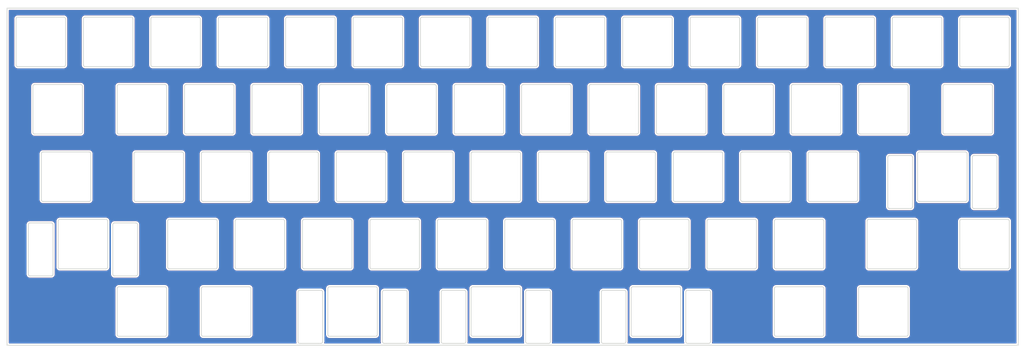
<source format=kicad_pcb>
(kicad_pcb (version 20240108) (generator "pcbnew") (generator_version "8.0")
  (layers (0 "F.Cu" signal) (31 "B.Cu" signal) (34 "B.Paste" user) (35 "F.Paste" user) (36 "B.SilkS" user "B.Silkscreen") (37 "F.SilkS" user "F.Silkscreen") (38 "B.Mask" user) (39 "F.Mask" user) (44 "Edge.Cuts" user))
  (net 0 "")
  (gr_arc (start 166.62125 180.035) (mid 166.4748 180.388536) (end 166.12125 180.535) (stroke (width 0.2)) (layer "Edge.Cuts"))
  (gr_arc (start 245.2025 141.935) (mid 245.056053 142.288553) (end 244.7025 142.435) (stroke (width 0.2)) (layer "Edge.Cuts"))
  (gr_arc (start 341.74675 143.935) (mid 341.6003 144.288536) (end 341.24675 144.435) (stroke (width 0.2)) (layer "Edge.Cuts"))
  (gr_line (start 203.1275 161.485) (end 216.1275 161.485) (stroke (width 0.2)) (layer "Edge.Cuts"))
  (gr_line (start 230.40825 167.535) (end 236.4082 167.535) (stroke (width 0.2)) (layer "Edge.Cuts"))
  (gr_arc (start 83.2775 122.885) (mid 83.131053 123.238553) (end 82.7775 123.385) (stroke (width 0.2)) (layer "Edge.Cuts"))
  (gr_line (start 312.165 90.835) (end 312.165 103.835) (stroke (width 0.2)) (layer "Edge.Cuts"))
  (gr_line (start 144.68325 167.535) (end 150.6832 167.535) (stroke (width 0.2)) (layer "Edge.Cuts"))
  (gr_arc (start 144.69 109.385) (mid 145.043553 109.531447) (end 145.19 109.885) (stroke (width 0.2)) (layer "Edge.Cuts"))
  (gr_line (start 164.5275 147.985) (end 164.5275 160.985) (stroke (width 0.2)) (layer "Edge.Cuts"))
  (gr_arc (start 98.85925 162.985) (mid 98.7128 163.338536) (end 98.35925 163.485) (stroke (width 0.2)) (layer "Edge.Cuts"))
  (gr_line (start 255.515 104.335) (end 268.515 104.335) (stroke (width 0.2)) (layer "Edge.Cuts"))
  (gr_line (start 107.3775 147.985) (end 107.3775 160.985) (stroke (width 0.2)) (layer "Edge.Cuts"))
  (gr_line (start 145.19 109.885) (end 145.19 122.885) (stroke (width 0.2)) (layer "Edge.Cuts"))
  (gr_line (start 303.14 180.535) (end 316.14 180.535) (stroke (width 0.2)) (layer "Edge.Cuts"))
  (gr_arc (start 226.94 123.385) (mid 226.586447 123.238553) (end 226.44 122.885) (stroke (width 0.2)) (layer "Edge.Cuts"))
  (gr_line (start 236.90825 168.042171) (end 236.90825 182.035) (stroke (width 0.2)) (layer "Edge.Cuts"))
  (gr_line (start 64.515 90.835) (end 64.515 103.835) (stroke (width 0.2)) (layer "Edge.Cuts"))
  (gr_line (start 240.7275 147.985) (end 240.7275 160.985) (stroke (width 0.2)) (layer "Edge.Cuts"))
  (gr_line (start 226.94 109.385) (end 239.94 109.385) (stroke (width 0.2)) (layer "Edge.Cuts"))
  (gr_line (start 278.54 109.885) (end 278.54 122.885) (stroke (width 0.2)) (layer "Edge.Cuts"))
  (gr_arc (start 333.30875 141.935) (mid 333.1623 142.288536) (end 332.80875 142.435) (stroke (width 0.2)) (layer "Edge.Cuts"))
  (gr_arc (start 67.98325 148.985) (mid 68.129697 148.631447) (end 68.48325 148.485) (stroke (width 0.2)) (layer "Edge.Cuts"))
  (gr_arc (start 263.7525 128.435) (mid 264.106053 128.581447) (end 264.2525 128.935) (stroke (width 0.2)) (layer "Edge.Cuts"))
  (gr_arc (start 331.715 104.335) (mid 331.361447 104.188553) (end 331.215 103.835) (stroke (width 0.2)) (layer "Edge.Cuts"))
  (gr_arc (start 283.3025 141.935) (mid 283.156053 142.288553) (end 282.8025 142.435) (stroke (width 0.2)) (layer "Edge.Cuts"))
  (gr_line (start 335.24675 129.435) (end 341.2467 129.435) (stroke (width 0.2)) (layer "Edge.Cuts"))
  (gr_arc (start 202.6275 147.985) (mid 202.773947 147.631447) (end 203.1275 147.485) (stroke (width 0.2)) (layer "Edge.Cuts"))
  (gr_arc (start 319.30875 128.935) (mid 319.4552 128.581464) (end 319.80875 128.435) (stroke (width 0.2)) (layer "Edge.Cuts"))
  (gr_arc (start 310.87075 129.935) (mid 311.0172 129.581464) (end 311.37075 129.435) (stroke (width 0.2)) (layer "Edge.Cuts"))
  (gr_arc (start 173.265 90.335) (mid 173.618553 90.481447) (end 173.765 90.835) (stroke (width 0.2)) (layer "Edge.Cuts"))
  (gr_line (start 72.15872 128.435) (end 85.1587 128.435) (stroke (width 0.2)) (layer "Edge.Cuts"))
  (gr_line (start 76.92125 147.485) (end 89.9212 147.485) (stroke (width 0.2)) (layer "Edge.Cuts"))
  (gr_line (start 203.1275 147.485) (end 216.1275 147.485) (stroke (width 0.2)) (layer "Edge.Cuts"))
  (gr_arc (start 144.18325 168.035) (mid 144.3297 167.681464) (end 144.68325 167.535) (stroke (width 0.2)) (layer "Edge.Cuts"))
  (gr_line (start 174.5525 128.435) (end 187.5525 128.435) (stroke (width 0.2)) (layer "Edge.Cuts"))
  (gr_line (start 241.2275 161.485) (end 254.2275 161.485) (stroke (width 0.2)) (layer "Edge.Cuts"))
  (gr_line (start 245.2025 128.935) (end 245.2025 141.935) (stroke (width 0.2)) (layer "Edge.Cuts"))
  (gr_arc (start 78.015 90.335) (mid 78.368553 90.481447) (end 78.515 90.835) (stroke (width 0.2)) (layer "Edge.Cuts"))
  (gr_line (start 235.965 90.835) (end 235.965 103.835) (stroke (width 0.2)) (layer "Edge.Cuts"))
  (gr_arc (start 90.42125 160.985) (mid 90.2748 161.338536) (end 89.92125 161.485) (stroke (width 0.2)) (layer "Edge.Cuts"))
  (gr_line (start 235.6775 147.985) (end 235.6775 160.985) (stroke (width 0.2)) (layer "Edge.Cuts"))
  (gr_arc (start 260.2775 161.485) (mid 259.923947 161.338553) (end 259.7775 160.985) (stroke (width 0.2)) (layer "Edge.Cuts"))
  (gr_arc (start 209.0405 182.535) (mid 208.686947 182.388553) (end 208.5405 182.035) (stroke (width 0.2)) (layer "Edge.Cuts"))
  (gr_line (start 288.8525 128.435) (end 301.8525 128.435) (stroke (width 0.2)) (layer "Edge.Cuts"))
  (gr_line (start 175.05925 168.042171) (end 175.05925 182.035) (stroke (width 0.2)) (layer "Edge.Cuts"))
  (gr_arc (start 107.8775 161.485) (mid 107.523947 161.338553) (end 107.3775 160.985) (stroke (width 0.2)) (layer "Edge.Cuts"))
  (gr_arc (start 325.665 90.335) (mid 326.018553 90.481447) (end 326.165 90.835) (stroke (width 0.2)) (layer "Edge.Cuts"))
  (gr_arc (start 254.2843 182.535) (mid 253.933189 182.390961) (end 253.78425 182.0419) (stroke (width 0.2)) (layer "Edge.Cuts"))
  (gr_arc (start 174.5592 167.535) (mid 174.915286 167.684014) (end 175.05925 168.042171) (stroke (width 0.2)) (layer "Edge.Cuts"))
  (gr_line (start 274.065 90.835) (end 274.065 103.835) (stroke (width 0.2)) (layer "Edge.Cuts"))
  (gr_arc (start 287.565 90.335) (mid 287.918553 90.481447) (end 288.065 90.835) (stroke (width 0.2)) (layer "Edge.Cuts"))
  (gr_arc (start 344.715 90.335) (mid 345.068553 90.481447) (end 345.215 90.835) (stroke (width 0.2)) (layer "Edge.Cuts"))
  (gr_arc (start 269.3025 128.935) (mid 269.448947 128.581447) (end 269.8025 128.435) (stroke (width 0.2)) (layer "Edge.Cuts"))
  (gr_arc (start 74.98325 162.98503) (mid 74.836812 163.338562) (end 74.48328 163.485) (stroke (width 0.2)) (layer "Edge.Cuts"))
  (gr_arc (start 293.115 90.835) (mid 293.261447 90.481447) (end 293.615 90.335) (stroke (width 0.2)) (layer "Edge.Cuts"))
  (gr_line (start 112.14 109.885) (end 112.14 122.885) (stroke (width 0.2)) (layer "Edge.Cuts"))
  (gr_arc (start 312.165 90.835) (mid 312.311447 90.481447) (end 312.665 90.335) (stroke (width 0.2)) (layer "Edge.Cuts"))
  (gr_arc (start 107.3775 147.985) (mid 107.523947 147.631447) (end 107.8775 147.485) (stroke (width 0.2)) (layer "Edge.Cuts"))
  (gr_line (start 331.215 90.835) (end 331.215 103.835) (stroke (width 0.2)) (layer "Edge.Cuts"))
  (gr_line (start 164.24 109.885) (end 164.24 122.885) (stroke (width 0.2)) (layer "Edge.Cuts"))
  (gr_arc (start 249.965 103.835) (mid 249.818553 104.188553) (end 249.465 104.335) (stroke (width 0.2)) (layer "Edge.Cuts"))
  (gr_line (start 185.1645 167.535) (end 191.1645 167.535) (stroke (width 0.2)) (layer "Edge.Cuts"))
  (gr_line (start 230.4083 182.535) (end 236.40825 182.535) (stroke (width 0.2)) (layer "Edge.Cuts"))
  (gr_line (start 264.54 109.885) (end 264.54 122.885) (stroke (width 0.2)) (layer "Edge.Cuts"))
  (gr_arc (start 293.615 104.335) (mid 293.261447 104.188553) (end 293.115 103.835) (stroke (width 0.2)) (layer "Edge.Cuts"))
  (gr_arc (start 279.3275 161.485) (mid 278.973947 161.338553) (end 278.8275 160.985) (stroke (width 0.2)) (layer "Edge.Cuts"))
  (gr_arc (start 278.04 109.385) (mid 278.393553 109.531447) (end 278.54 109.885) (stroke (width 0.2)) (layer "Edge.Cuts"))
  (gr_line (start 93.09 109.885) (end 93.09 122.885) (stroke (width 0.2)) (layer "Edge.Cuts"))
  (gr_line (start 283.59 109.885) (end 283.59 122.885) (stroke (width 0.2)) (layer "Edge.Cuts"))
  (gr_arc (start 174.5525 142.435) (mid 174.198947 142.288553) (end 174.0525 141.935) (stroke (width 0.2)) (layer "Edge.Cuts"))
  (gr_arc (start 269.8025 142.435) (mid 269.448947 142.288553) (end 269.3025 141.935) (stroke (width 0.2)) (layer "Edge.Cuts"))
  (gr_arc (start 278.54 122.885) (mid 278.393553 123.238553) (end 278.04 123.385) (stroke (width 0.2)) (layer "Edge.Cuts"))
  (gr_arc (start 264.54 109.885) (mid 264.686447 109.531447) (end 265.04 109.385) (stroke (width 0.2)) (layer "Edge.Cuts"))
  (gr_arc (start 107.09 122.885) (mid 106.943553 123.238553) (end 106.59 123.385) (stroke (width 0.2)) (layer "Edge.Cuts"))
  (gr_arc (start 116.9025 128.935) (mid 117.048947 128.581447) (end 117.4025 128.435) (stroke (width 0.2)) (layer "Edge.Cuts"))
  (gr_line (start 169.29 109.885) (end 169.29 122.885) (stroke (width 0.2)) (layer "Edge.Cuts"))
  (gr_line (start 131.19 109.885) (end 131.19 122.885) (stroke (width 0.2)) (layer "Edge.Cuts"))
  (gr_line (start 250.2525 128.935) (end 250.2525 141.935) (stroke (width 0.2)) (layer "Edge.Cuts"))
  (gr_line (start 151.18325 168.042171) (end 151.18325 182.035) (stroke (width 0.2)) (layer "Edge.Cuts"))
  (gr_arc (start 292.3275 147.485) (mid 292.681053 147.631447) (end 292.8275 147.985) (stroke (width 0.2)) (layer "Edge.Cuts"))
  (gr_arc (start 301.8525 128.435) (mid 302.206053 128.581447) (end 302.3525 128.935) (stroke (width 0.2)) (layer "Edge.Cuts"))
  (gr_arc (start 202.34 122.885) (mid 202.193553 123.238553) (end 201.84 123.385) (stroke (width 0.2)) (layer "Edge.Cuts"))
  (gr_line (start 173.765 90.835) (end 173.765 103.835) (stroke (width 0.2)) (layer "Edge.Cuts"))
  (gr_arc (start 97.565 103.835) (mid 97.418553 104.188553) (end 97.065 104.335) (stroke (width 0.2)) (layer "Edge.Cuts"))
  (gr_arc (start 305.02125 147.985) (mid 305.1677 147.631464) (end 305.52125 147.485) (stroke (width 0.2)) (layer "Edge.Cuts"))
  (gr_line (start 269.8025 142.435) (end 282.8025 142.435) (stroke (width 0.2)) (layer "Edge.Cuts"))
  (gr_arc (start 117.4025 180.535) (mid 117.048947 180.388553) (end 116.9025 180.035) (stroke (width 0.2)) (layer "Edge.Cuts"))
  (gr_arc (start 140.4275 160.985) (mid 140.281053 161.338553) (end 139.9275 161.485) (stroke (width 0.2)) (layer "Edge.Cuts"))
  (gr_line (start 311.37075 129.435) (end 317.3707 129.435) (stroke (width 0.2)) (layer "Edge.Cuts"))
  (gr_line (start 222.1775 161.485) (end 235.1775 161.485) (stroke (width 0.2)) (layer "Edge.Cuts"))
  (gr_arc (start 316.14 166.535) (mid 316.493553 166.681447) (end 316.64 167.035) (stroke (width 0.2)) (layer "Edge.Cuts"))
  (gr_line (start 303.14 109.385) (end 316.14 109.385) (stroke (width 0.2)) (layer "Edge.Cuts"))
  (gr_line (start 93.09 167.035) (end 93.09 180.035) (stroke (width 0.2)) (layer "Edge.Cuts"))
  (gr_line (start 260.78425 168.042171) (end 260.78425 182.035) (stroke (width 0.2)) (layer "Edge.Cuts"))
  (gr_line (start 93.59 166.535) (end 106.59 166.535) (stroke (width 0.2)) (layer "Edge.Cuts"))
  (gr_arc (start 179.315 104.335) (mid 178.961447 104.188553) (end 178.815 103.835) (stroke (width 0.2)) (layer "Edge.Cuts"))
  (gr_arc (start 197.865 90.835) (mid 198.011447 90.481447) (end 198.365 90.335) (stroke (width 0.2)) (layer "Edge.Cuts"))
  (gr_arc (start 197.0775 147.485) (mid 197.431053 147.631447) (end 197.5775 147.985) (stroke (width 0.2)) (layer "Edge.Cuts"))
  (gr_arc (start 244.7025 128.435) (mid 245.056053 128.581447) (end 245.2025 128.935) (stroke (width 0.2)) (layer "Edge.Cuts"))
  (gr_line (start 231.7025 128.435) (end 244.7025 128.435) (stroke (width 0.2)) (layer "Edge.Cuts"))
  (gr_line (start 288.065 90.835) (end 288.065 103.835) (stroke (width 0.2)) (layer "Edge.Cuts"))
  (gr_arc (start 130.4025 128.435) (mid 130.756053 128.581447) (end 130.9025 128.935) (stroke (width 0.2)) (layer "Edge.Cuts"))
  (gr_arc (start 98.3525 142.435) (mid 97.998947 142.288553) (end 97.8525 141.935) (stroke (width 0.2)) (layer "Edge.Cuts"))
  (gr_arc (start 220.89 109.385) (mid 221.243553 109.531447) (end 221.39 109.885) (stroke (width 0.2)) (layer "Edge.Cuts"))
  (gr_arc (start 326.4525 109.885) (mid 326.598947 109.531447) (end 326.9525 109.385) (stroke (width 0.2)) (layer "Edge.Cuts"))
  (gr_line (start 93.59 180.535) (end 106.59 180.535) (stroke (width 0.2)) (layer "Edge.Cuts"))
  (gr_line (start 316.64 167.035) (end 316.64 180.035) (stroke (width 0.2)) (layer "Edge.Cuts"))
  (gr_arc (start 82.7775 109.385) (mid 83.131053 109.531447) (end 83.2775 109.885) (stroke (width 0.2)) (layer "Edge.Cuts"))
  (gr_arc (start 150.74 123.385) (mid 150.386447 123.238553) (end 150.24 122.885) (stroke (width 0.2)) (layer "Edge.Cuts"))
  (gr_line (start 216.6275 147.985) (end 216.6275 160.985) (stroke (width 0.2)) (layer "Edge.Cuts"))
  (gr_arc (start 193.1025 167.035) (mid 193.248947 166.681447) (end 193.6025 166.535) (stroke (width 0.2)) (layer "Edge.Cuts"))
  (gr_arc (start 302.64 167.035) (mid 302.786447 166.681447) (end 303.14 166.535) (stroke (width 0.2)) (layer "Edge.Cuts"))
  (gr_line (start 93.59 123.385) (end 106.59 123.385) (stroke (width 0.2)) (layer "Edge.Cuts"))
  (gr_line (start 71.65875 128.93497) (end 71.65875 141.9419) (stroke (width 0.2)) (layer "Edge.Cuts"))
  (gr_line (start 293.115 90.835) (end 293.115 103.835) (stroke (width 0.2)) (layer "Edge.Cuts"))
  (gr_line (start 209.0405 167.535) (end 215.0405 167.535) (stroke (width 0.2)) (layer "Edge.Cuts"))
  (gr_line (start 141.215 90.335) (end 154.215 90.335) (stroke (width 0.2)) (layer "Edge.Cuts"))
  (gr_line (start 226.94 123.385) (end 239.94 123.385) (stroke (width 0.2)) (layer "Edge.Cuts"))
  (gr_arc (start 335.2468 144.435) (mid 334.895689 144.290961) (end 334.74675 143.9419) (stroke (width 0.2)) (layer "Edge.Cuts"))
  (gr_line (start 184.6645 168.035) (end 184.6645 182.035) (stroke (width 0.2)) (layer "Edge.Cuts"))
  (gr_line (start 292.8275 167.035) (end 292.8275 180.035) (stroke (width 0.2)) (layer "Edge.Cuts"))
  (gr_line (start 152.62125 167.035) (end 152.62125 180.0419) (stroke (width 0.2)) (layer "Edge.Cuts"))
  (gr_line (start 212.6525 128.435) (end 225.6525 128.435) (stroke (width 0.2)) (layer "Edge.Cuts"))
  (gr_arc (start 303.14 180.535) (mid 302.786447 180.388553) (end 302.64 180.035) (stroke (width 0.2)) (layer "Edge.Cuts"))
  (gr_arc (start 184.6645 168.035) (mid 184.810947 167.681447) (end 185.1645 167.535) (stroke (width 0.2)) (layer "Edge.Cuts"))
  (gr_line (start 269.8025 128.435) (end 282.8025 128.435) (stroke (width 0.2)) (layer "Edge.Cuts"))
  (gr_arc (start 236.90825 182.035) (mid 236.7618 182.388536) (end 236.40825 182.535) (stroke (width 0.2)) (layer "Edge.Cuts"))
  (gr_line (start 193.6025 166.535) (end 206.6025 166.535) (stroke (width 0.2)) (layer "Edge.Cuts"))
  (gr_arc (start 207.89 123.385) (mid 207.536447 123.238553) (end 207.39 122.885) (stroke (width 0.2)) (layer "Edge.Cuts"))
  (gr_arc (start 235.965 90.835) (mid 236.111447 90.481447) (end 236.465 90.335) (stroke (width 0.2)) (layer "Edge.Cuts"))
  (gr_line (start 174.5525 142.435) (end 187.5525 142.435) (stroke (width 0.2)) (layer "Edge.Cuts"))
  (gr_arc (start 164.5275 147.985) (mid 164.673947 147.631447) (end 165.0275 147.485) (stroke (width 0.2)) (layer "Edge.Cuts"))
  (gr_arc (start 130.9025 180.035) (mid 130.756053 180.388553) (end 130.4025 180.535) (stroke (width 0.2)) (layer "Edge.Cuts"))
  (gr_line (start 174.0525 128.935) (end 174.0525 141.935) (stroke (width 0.2)) (layer "Edge.Cuts"))
  (gr_line (start 260.2775 161.485) (end 273.2775 161.485) (stroke (width 0.2)) (layer "Edge.Cuts"))
  (gr_arc (start 306.615 90.335) (mid 306.968553 90.481447) (end 307.115 90.835) (stroke (width 0.2)) (layer "Edge.Cuts"))
  (gr_arc (start 140.715 90.835) (mid 140.861447 90.481447) (end 141.215 90.335) (stroke (width 0.2)) (layer "Edge.Cuts"))
  (gr_arc (start 254.7275 160.985) (mid 254.581053 161.338553) (end 254.2275 161.485) (stroke (width 0.2)) (layer "Edge.Cuts"))
  (gr_line (start 305.52125 147.485) (end 318.5211 147.485) (stroke (width 0.2)) (layer "Edge.Cuts"))
  (gr_arc (start 317.3707 129.435) (mid 317.726786 129.584014) (end 317.87075 129.942171) (stroke (width 0.2)) (layer "Edge.Cuts"))
  (gr_line (start 269.3025 128.935) (end 269.3025 141.935) (stroke (width 0.2)) (layer "Edge.Cuts"))
  (gr_arc (start 116.115 90.335) (mid 116.468553 90.481447) (end 116.615 90.835) (stroke (width 0.2)) (layer "Edge.Cuts"))
  (gr_line (start 184.0775 161.485) (end 197.0775 161.485) (stroke (width 0.2)) (layer "Edge.Cuts"))
  (gr_arc (start 188.34 109.885) (mid 188.486447 109.531447) (end 188.84 109.385) (stroke (width 0.2)) (layer "Edge.Cuts"))
  (gr_arc (start 292.8275 180.035) (mid 292.681053 180.388553) (end 292.3275 180.535) (stroke (width 0.2)) (layer "Edge.Cuts"))
  (gr_line (start 144.18325 168.035) (end 144.18325 182.0419) (stroke (width 0.2)) (layer "Edge.Cuts"))
  (gr_arc (start 288.8525 142.435) (mid 288.498947 142.288553) (end 288.3525 141.935) (stroke (width 0.2)) (layer "Edge.Cuts"))
  (gr_line (start 85.65875 128.942171) (end 85.65875 141.935) (stroke (width 0.2)) (layer "Edge.Cuts"))
  (gr_line (start 90.42125 147.992171) (end 90.42125 160.985) (stroke (width 0.2)) (layer "Edge.Cuts"))
  (gr_line (start 207.39 109.885) (end 207.39 122.885) (stroke (width 0.2)) (layer "Edge.Cuts"))
  (gr_arc (start 188.0525 141.935) (mid 187.906053 142.288553) (end 187.5525 142.435) (stroke (width 0.2)) (layer "Edge.Cuts"))
  (gr_arc (start 141.215 104.335) (mid 140.861447 104.188553) (end 140.715 103.835) (stroke (width 0.2)) (layer "Edge.Cuts"))
  (gr_line (start 141.215 104.335) (end 154.215 104.335) (stroke (width 0.2)) (layer "Edge.Cuts"))
  (gr_arc (start 278.8275 147.985) (mid 278.973947 147.631447) (end 279.3275 147.485) (stroke (width 0.2)) (layer "Edge.Cuts"))
  (gr_arc (start 230.915 103.835) (mid 230.768553 104.188553) (end 230.415 104.335) (stroke (width 0.2)) (layer "Edge.Cuts"))
  (gr_line (start 179.315 90.335) (end 192.315 90.335) (stroke (width 0.2)) (layer "Edge.Cuts"))
  (gr_line (start 209.0405 182.535) (end 215.0405 182.535) (stroke (width 0.2)) (layer "Edge.Cuts"))
  (gr_line (start 166.62125 167.042171) (end 166.62125 180.035) (stroke (width 0.2)) (layer "Edge.Cuts"))
  (gr_line (start 279.3275 180.535) (end 292.3275 180.535) (stroke (width 0.2)) (layer "Edge.Cuts"))
  (gr_arc (start 174.0525 128.935) (mid 174.198947 128.581447) (end 174.5525 128.435) (stroke (width 0.2)) (layer "Edge.Cuts"))
  (gr_arc (start 121.665 90.835) (mid 121.811447 90.481447) (end 122.165 90.335) (stroke (width 0.2)) (layer "Edge.Cuts"))
  (gr_line (start 130.9025 167.035) (end 130.9025 180.035) (stroke (width 0.2)) (layer "Edge.Cuts"))
  (gr_arc (start 175.05925 182.035) (mid 174.9128 182.388536) (end 174.55925 182.535) (stroke (width 0.2)) (layer "Edge.Cuts"))
  (gr_line (start 197.5775 147.985) (end 197.5775 160.985) (stroke (width 0.2)) (layer "Edge.Cuts"))
  (gr_line (start 254.2843 182.535) (end 260.28425 182.535) (stroke (width 0.2)) (layer "Edge.Cuts"))
  (gr_line (start 131.69 123.385) (end 144.69 123.385) (stroke (width 0.2)) (layer "Edge.Cuts"))
  (gr_line (start 229.90825 168.035) (end 229.90825 182.0419) (stroke (width 0.2)) (layer "Edge.Cuts"))
  (gr_line (start 183.5775 147.985) (end 183.5775 160.985) (stroke (width 0.2)) (layer "Edge.Cuts"))
  (gr_arc (start 226.44 109.885) (mid 226.586447 109.531447) (end 226.94 109.385) (stroke (width 0.2)) (layer "Edge.Cuts"))
  (gr_arc (start 297.09 109.385) (mid 297.443553 109.531447) (end 297.59 109.885) (stroke (width 0.2)) (layer "Edge.Cuts"))
  (gr_line (start 65.015 104.335) (end 78.015 104.335) (stroke (width 0.2)) (layer "Edge.Cuts"))
  (gr_arc (start 121.3775 160.985) (mid 121.231053 161.338553) (end 120.8775 161.485) (stroke (width 0.2)) (layer "Edge.Cuts"))
  (gr_line (start 121.3775 147.985) (end 121.3775 160.985) (stroke (width 0.2)) (layer "Edge.Cuts"))
  (gr_arc (start 83.565 90.835) (mid 83.711447 90.481447) (end 84.065 90.335) (stroke (width 0.2)) (layer "Edge.Cuts"))
  (gr_line (start 310.87075 129.935) (end 310.87075 143.9419) (stroke (width 0.2)) (layer "Edge.Cuts"))
  (gr_line (start 83.2775 109.885) (end 83.2775 122.885) (stroke (width 0.2)) (layer "Edge.Cuts"))
  (gr_line (start 117.4025 180.535) (end 130.4025 180.535) (stroke (width 0.2)) (layer "Edge.Cuts"))
  (gr_line (start 216.915 90.835) (end 216.915 103.835) (stroke (width 0.2)) (layer "Edge.Cuts"))
  (gr_arc (start 265.04 123.385) (mid 264.686447 123.238553) (end 264.54 122.885) (stroke (width 0.2)) (layer "Edge.Cuts"))
  (gr_arc (start 135.665 103.835) (mid 135.518553 104.188553) (end 135.165 104.335) (stroke (width 0.2)) (layer "Edge.Cuts"))
  (gr_line (start 150.74 123.385) (end 163.74 123.385) (stroke (width 0.2)) (layer "Edge.Cuts"))
  (gr_line (start 191.6645 168.035) (end 191.6645 182.035) (stroke (width 0.2)) (layer "Edge.Cuts"))
  (gr_line (start 317.87075 129.942171) (end 317.87075 143.935) (stroke (width 0.2)) (layer "Edge.Cuts"))
  (gr_line (start 168.05925 168.035) (end 168.05925 182.0419) (stroke (width 0.2)) (layer "Edge.Cuts"))
  (gr_arc (start 245.49 109.885) (mid 245.636447 109.531447) (end 245.99 109.385) (stroke (width 0.2)) (layer "Edge.Cuts"))
  (gr_arc (start 240.7275 147.985) (mid 240.873947 147.631447) (end 241.2275 147.485) (stroke (width 0.2)) (layer "Edge.Cuts"))
  (gr_line (start 278.8275 167.035) (end 278.8275 180.035) (stroke (width 0.2)) (layer "Edge.Cuts"))
  (gr_arc (start 316.64 180.035) (mid 316.493553 180.388553) (end 316.14 180.535) (stroke (width 0.2)) (layer "Edge.Cuts"))
  (gr_line (start 345.215 90.835) (end 345.215 103.835) (stroke (width 0.2)) (layer "Edge.Cuts"))
  (gr_arc (start 253.78425 168.035) (mid 253.9307 167.681464) (end 254.28425 167.535) (stroke (width 0.2)) (layer "Edge.Cuts"))
  (gr_line (start 179.315 104.335) (end 192.315 104.335) (stroke (width 0.2)) (layer "Edge.Cuts"))
  (gr_line (start 274.565 104.335) (end 287.565 104.335) (stroke (width 0.2)) (layer "Edge.Cuts"))
  (gr_arc (start 230.415 90.335) (mid 230.768553 90.481447) (end 230.915 90.835) (stroke (width 0.2)) (layer "Edge.Cuts"))
  (gr_arc (start 126.9275 161.485) (mid 126.573947 161.338553) (end 126.4275 160.985) (stroke (width 0.2)) (layer "Edge.Cuts"))
  (gr_arc (start 93.59 123.385) (mid 93.236447 123.238553) (end 93.09 122.885) (stroke (width 0.2)) (layer "Edge.Cuts"))
  (gr_arc (start 76.42125 147.985) (mid 76.5677 147.631464) (end 76.92125 147.485) (stroke (width 0.2)) (layer "Edge.Cuts"))
  (gr_arc (start 93.59 180.535) (mid 93.236447 180.388553) (end 93.09 180.035) (stroke (width 0.2)) (layer "Edge.Cuts"))
  (gr_line (start 231.2025 128.935) (end 231.2025 141.935) (stroke (width 0.2)) (layer "Edge.Cuts"))
  (gr_arc (start 259.7775 147.985) (mid 259.923947 147.631447) (end 260.2775 147.485) (stroke (width 0.2)) (layer "Edge.Cuts"))
  (gr_line (start 215.5405 168.035) (end 215.5405 182.035) (stroke (width 0.2)) (layer "Edge.Cuts"))
  (gr_arc (start 264.2525 141.935) (mid 264.106053 142.288553) (end 263.7525 142.435) (stroke (width 0.2)) (layer "Edge.Cuts"))
  (gr_arc (start 89.9212 147.485) (mid 90.277286 147.634014) (end 90.42125 147.992171) (stroke (width 0.2)) (layer "Edge.Cuts"))
  (gr_line (start 198.365 90.335) (end 211.365 90.335) (stroke (width 0.2)) (layer "Edge.Cuts"))
  (gr_line (start 144.6833 182.535) (end 150.68325 182.535) (stroke (width 0.2)) (layer "Edge.Cuts"))
  (gr_arc (start 226.1525 141.935) (mid 226.006053 142.288553) (end 225.6525 142.435) (stroke (width 0.2)) (layer "Edge.Cuts"))
  (gr_line (start 238.8463 180.535) (end 251.84625 180.535) (stroke (width 0.2)) (layer "Edge.Cuts"))
  (gr_arc (start 345.215 160.985) (mid 345.068553 161.338553) (end 344.715 161.485) (stroke (width 0.2)) (layer "Edge.Cuts"))
  (gr_line (start 265.04 123.385) (end 278.04 123.385) (stroke (width 0.2)) (layer "Edge.Cuts"))
  (gr_arc (start 135.9525 128.935) (mid 136.098947 128.581447) (end 136.4525 128.435) (stroke (width 0.2)) (layer "Edge.Cuts"))
  (gr_arc (start 236.465 104.335) (mid 236.111447 104.188553) (end 235.965 103.835) (stroke (width 0.2)) (layer "Edge.Cuts"))
  (gr_arc (start 151.18325 182.035) (mid 151.0368 182.388536) (end 150.68325 182.535) (stroke (width 0.2)) (layer "Edge.Cuts"))
  (gr_line (start 76.9213 161.485) (end 89.92125 161.485) (stroke (width 0.2)) (layer "Edge.Cuts"))
  (gr_line (start 207.89 123.385) (end 220.89 123.385) (stroke (width 0.2)) (layer "Edge.Cuts"))
  (gr_line (start 311.3708 144.435) (end 317.37075 144.435) (stroke (width 0.2)) (layer "Edge.Cuts"))
  (gr_arc (start 207.1025 141.935) (mid 206.956053 142.288553) (end 206.6025 142.435) (stroke (width 0.2)) (layer "Edge.Cuts"))
  (gr_arc (start 126.14 122.885) (mid 125.993553 123.238553) (end 125.64 123.385) (stroke (width 0.2)) (layer "Edge.Cuts"))
  (gr_line (start 334.74675 129.935) (end 334.74675 143.9419) (stroke (width 0.2)) (layer "Edge.Cuts"))
  (gr_arc (start 78.515 103.835) (mid 78.368553 104.188553) (end 78.015 104.335) (stroke (width 0.2)) (layer "Edge.Cuts"))
  (gr_arc (start 102.615 90.835) (mid 102.761447 90.481447) (end 103.115 90.335) (stroke (width 0.2)) (layer "Edge.Cuts"))
  (gr_arc (start 192.315 90.335) (mid 192.668553 90.481447) (end 192.815 90.835) (stroke (width 0.2)) (layer "Edge.Cuts"))
  (gr_line (start 188.84 123.385) (end 201.84 123.385) (stroke (width 0.2)) (layer "Edge.Cuts"))
  (gr_arc (start 240.44 122.885) (mid 240.293553 123.238553) (end 239.94 123.385) (stroke (width 0.2)) (layer "Edge.Cuts"))
  (gr_line (start 97.565 90.835) (end 97.565 103.835) (stroke (width 0.2)) (layer "Edge.Cuts"))
  (gr_arc (start 278.8275 167.035) (mid 278.973947 166.681447) (end 279.3275 166.535) (stroke (width 0.2)) (layer "Edge.Cuts"))
  (gr_arc (start 149.9525 141.935) (mid 149.806053 142.288553) (end 149.4525 142.435) (stroke (width 0.2)) (layer "Edge.Cuts"))
  (gr_arc (start 288.065 103.835) (mid 287.918553 104.188553) (end 287.565 104.335) (stroke (width 0.2)) (layer "Edge.Cuts"))
  (gr_arc (start 318.5211 147.485) (mid 318.877251 147.633978) (end 319.02125 147.992171) (stroke (width 0.2)) (layer "Edge.Cuts"))
  (gr_arc (start 103.115 104.335) (mid 102.761447 104.188553) (end 102.615 103.835) (stroke (width 0.2)) (layer "Edge.Cuts"))
  (gr_arc (start 211.865 103.835) (mid 211.718553 104.188553) (end 211.365 104.335) (stroke (width 0.2)) (layer "Edge.Cuts"))
  (gr_arc (start 168.5593 182.535) (mid 168.208189 182.390961) (end 168.05925 182.0419) (stroke (width 0.2)) (layer "Edge.Cuts"))
  (gr_line (start 293.615 104.335) (end 306.615 104.335) (stroke (width 0.2)) (layer "Edge.Cuts"))
  (gr_line (start 193.6025 180.535) (end 206.6025 180.535) (stroke (width 0.2)) (layer "Edge.Cuts"))
  (gr_line (start 107.8775 161.485) (end 120.8775 161.485) (stroke (width 0.2)) (layer "Edge.Cuts"))
  (gr_line (start 198.365 104.335) (end 211.365 104.335) (stroke (width 0.2)) (layer "Edge.Cuts"))
  (gr_line (start 326.165 90.835) (end 326.165 103.835) (stroke (width 0.2)) (layer "Edge.Cuts"))
  (gr_arc (start 130.4025 166.535) (mid 130.756053 166.681447) (end 130.9025 167.035) (stroke (width 0.2)) (layer "Edge.Cuts"))
  (gr_line (start 238.34625 167.035) (end 238.34625 180.0419) (stroke (width 0.2)) (layer "Edge.Cuts"))
  (gr_line (start 117.4025 142.435) (end 130.4025 142.435) (stroke (width 0.2)) (layer "Edge.Cuts"))
  (gr_arc (start 166.1212 166.535) (mid 166.477286 166.684014) (end 166.62125 167.042171) (stroke (width 0.2)) (layer "Edge.Cuts"))
  (gr_line (start 221.39 109.885) (end 221.39 122.885) (stroke (width 0.2)) (layer "Edge.Cuts"))
  (gr_arc (start 85.1587 128.435) (mid 85.514786 128.584014) (end 85.65875 128.942171) (stroke (width 0.2)) (layer "Edge.Cuts"))
  (gr_arc (start 231.2025 128.935) (mid 231.348947 128.581447) (end 231.7025 128.435) (stroke (width 0.2)) (layer "Edge.Cuts"))
  (gr_arc (start 206.6025 128.435) (mid 206.956053 128.581447) (end 207.1025 128.935) (stroke (width 0.2)) (layer "Edge.Cuts"))
  (gr_line (start 274.565 90.335) (end 287.565 90.335) (stroke (width 0.2)) (layer "Edge.Cuts"))
  (gr_arc (start 159.4775 160.985) (mid 159.331053 161.338553) (end 158.9775 161.485) (stroke (width 0.2)) (layer "Edge.Cuts"))
  (gr_arc (start 145.4775 147.985) (mid 145.623947 147.631447) (end 145.9775 147.485) (stroke (width 0.2)) (layer "Edge.Cuts"))
  (gr_line (start 284.09 109.385) (end 297.09 109.385) (stroke (width 0.2)) (layer "Edge.Cuts"))
  (gr_arc (start 207.1025 180.035) (mid 206.956053 180.388553) (end 206.6025 180.535) (stroke (width 0.2)) (layer "Edge.Cuts"))
  (gr_arc (start 153.1213 180.535) (mid 152.770189 180.390961) (end 152.62125 180.0419) (stroke (width 0.2)) (layer "Edge.Cuts"))
  (gr_arc (start 206.6025 166.535) (mid 206.956053 166.681447) (end 207.1025 167.035) (stroke (width 0.2)) (layer "Edge.Cuts"))
  (gr_line (start 121.665 90.835) (end 121.665 103.835) (stroke (width 0.2)) (layer "Edge.Cuts"))
  (gr_line (start 193.6025 128.435) (end 206.6025 128.435) (stroke (width 0.2)) (layer "Edge.Cuts"))
  (gr_arc (start 71.65875 128.93497) (mid 71.805188 128.581438) (end 72.15872 128.435) (stroke (width 0.2)) (layer "Edge.Cuts"))
  (gr_line (start 217.415 90.335) (end 230.415 90.335) (stroke (width 0.2)) (layer "Edge.Cuts"))
  (gr_line (start 222.1775 147.485) (end 235.1775 147.485) (stroke (width 0.2)) (layer "Edge.Cuts"))
  (gr_line (start 303.14 123.385) (end 316.14 123.385) (stroke (width 0.2)) (layer "Edge.Cuts"))
  (gr_arc (start 193.6025 180.535) (mid 193.248947 180.388553) (end 193.1025 180.035) (stroke (width 0.2)) (layer "Edge.Cuts"))
  (gr_line (start 212.1525 128.935) (end 212.1525 141.935) (stroke (width 0.2)) (layer "Edge.Cuts"))
  (gr_arc (start 332.8087 128.435) (mid 333.164786 128.584014) (end 333.30875 128.942171) (stroke (width 0.2)) (layer "Edge.Cuts"))
  (gr_line (start 347.74 183.06) (end 347.74 87.81) (stroke (width 0.2)) (layer "Edge.Cuts"))
  (gr_arc (start 65.015 104.335) (mid 64.661447 104.188553) (end 64.515 103.835) (stroke (width 0.2)) (layer "Edge.Cuts"))
  (gr_line (start 312.665 90.335) (end 325.665 90.335) (stroke (width 0.2)) (layer "Edge.Cuts"))
  (gr_line (start 117.4025 128.435) (end 130.4025 128.435) (stroke (width 0.2)) (layer "Edge.Cuts"))
  (gr_line (start 231.7025 142.435) (end 244.7025 142.435) (stroke (width 0.2)) (layer "Edge.Cuts"))
  (gr_line (start 254.28425 167.535) (end 260.2842 167.535) (stroke (width 0.2)) (layer "Edge.Cuts"))
  (gr_arc (start 292.3275 166.535) (mid 292.681053 166.681447) (end 292.8275 167.035) (stroke (width 0.2)) (layer "Edge.Cuts"))
  (gr_arc (start 93.09 109.885) (mid 93.236447 109.531447) (end 93.59 109.385) (stroke (width 0.2)) (layer "Edge.Cuts"))
  (gr_arc (start 282.8025 128.435) (mid 283.156053 128.581447) (end 283.3025 128.935) (stroke (width 0.2)) (layer "Edge.Cuts"))
  (gr_arc (start 183.5775 147.985) (mid 183.723947 147.631447) (end 184.0775 147.485) (stroke (width 0.2)) (layer "Edge.Cuts"))
  (gr_arc (start 178.0275 147.485) (mid 178.381053 147.631447) (end 178.5275 147.985) (stroke (width 0.2)) (layer "Edge.Cuts"))
  (gr_line (start 331.715 161.485) (end 344.715 161.485) (stroke (width 0.2)) (layer "Edge.Cuts"))
  (gr_arc (start 131.19 109.885) (mid 131.336447 109.531447) (end 131.69 109.385) (stroke (width 0.2)) (layer "Edge.Cuts"))
  (gr_line (start 155.5025 128.435) (end 168.5025 128.435) (stroke (width 0.2)) (layer "Edge.Cuts"))
  (gr_line (start 69.7775 123.385) (end 82.7775 123.385) (stroke (width 0.2)) (layer "Edge.Cuts"))
  (gr_arc (start 111.3525 128.435) (mid 111.706053 128.581447) (end 111.8525 128.935) (stroke (width 0.2)) (layer "Edge.Cuts"))
  (gr_arc (start 258.99 109.385) (mid 259.343553 109.531447) (end 259.49 109.885) (stroke (width 0.2)) (layer "Edge.Cuts"))
  (gr_line (start 84.065 104.335) (end 97.065 104.335) (stroke (width 0.2)) (layer "Edge.Cuts"))
  (gr_arc (start 236.4082 167.535) (mid 236.764286 167.684014) (end 236.90825 168.042171) (stroke (width 0.2)) (layer "Edge.Cuts"))
  (gr_line (start 83.565 90.835) (end 83.565 103.835) (stroke (width 0.2)) (layer "Edge.Cuts"))
  (gr_line (start 103.115 90.335) (end 116.115 90.335) (stroke (width 0.2)) (layer "Edge.Cuts"))
  (gr_arc (start 155.5025 142.435) (mid 155.148947 142.288553) (end 155.0025 141.935) (stroke (width 0.2)) (layer "Edge.Cuts"))
  (gr_arc (start 249.465 90.335) (mid 249.818553 90.481447) (end 249.965 90.835) (stroke (width 0.2)) (layer "Edge.Cuts"))
  (gr_line (start 193.6025 142.435) (end 206.6025 142.435) (stroke (width 0.2)) (layer "Edge.Cuts"))
  (gr_line (start 250.7525 142.435) (end 263.7525 142.435) (stroke (width 0.2)) (layer "Edge.Cuts"))
  (gr_line (start 279.3275 147.485) (end 292.3275 147.485) (stroke (width 0.2)) (layer "Edge.Cuts"))
  (gr_arc (start 316.64 122.885) (mid 316.493553 123.238553) (end 316.14 123.385) (stroke (width 0.2)) (layer "Edge.Cuts"))
  (gr_arc (start 331.715 161.485) (mid 331.361447 161.338553) (end 331.215 160.985) (stroke (width 0.2)) (layer "Edge.Cuts"))
  (gr_arc (start 74.4832 148.485) (mid 74.839286 148.634014) (end 74.98325 148.992171) (stroke (width 0.2)) (layer "Edge.Cuts"))
  (gr_arc (start 168.05925 168.035) (mid 168.2057 167.681464) (end 168.55925 167.535) (stroke (width 0.2)) (layer "Edge.Cuts"))
  (gr_line (start 226.1525 128.935) (end 226.1525 141.935) (stroke (width 0.2)) (layer "Edge.Cuts"))
  (gr_line (start 140.4275 147.985) (end 140.4275 160.985) (stroke (width 0.2)) (layer "Edge.Cuts"))
  (gr_line (start 97.8525 128.935) (end 97.8525 141.935) (stroke (width 0.2)) (layer "Edge.Cuts"))
  (gr_line (start 92.3593 163.485) (end 98.35925 163.485) (stroke (width 0.2)) (layer "Edge.Cuts"))
  (gr_line (start 292.8275 147.985) (end 292.8275 160.985) (stroke (width 0.2)) (layer "Edge.Cuts"))
  (gr_arc (start 116.615 103.835) (mid 116.468553 104.188553) (end 116.115 104.335) (stroke (width 0.2)) (layer "Edge.Cuts"))
  (gr_arc (start 221.39 122.885) (mid 221.243553 123.238553) (end 220.89 123.385) (stroke (width 0.2)) (layer "Edge.Cuts"))
  (gr_arc (start 85.65875 141.935) (mid 85.5123 142.288536) (end 85.15875 142.435) (stroke (width 0.2)) (layer "Edge.Cuts"))
  (gr_line (start 279.3275 161.485) (end 292.3275 161.485) (stroke (width 0.2)) (layer "Edge.Cuts"))
  (gr_arc (start 112.64 123.385) (mid 112.286447 123.238553) (end 112.14 122.885) (stroke (width 0.2)) (layer "Edge.Cuts"))
  (gr_arc (start 187.5525 128.435) (mid 187.906053 128.581447) (end 188.0525 128.935) (stroke (width 0.2)) (layer "Edge.Cuts"))
  (gr_line (start 319.80875 128.435) (end 332.8087 128.435) (stroke (width 0.2)) (layer "Edge.Cuts"))
  (gr_arc (start 116.9025 167.035) (mid 117.048947 166.681447) (end 117.4025 166.535) (stroke (width 0.2)) (layer "Edge.Cuts"))
  (gr_line (start 107.09 167.035) (end 107.09 180.035) (stroke (width 0.2)) (layer "Edge.Cuts"))
  (gr_arc (start 168.5025 128.435) (mid 168.856053 128.581447) (end 169.0025 128.935) (stroke (width 0.2)) (layer "Edge.Cuts"))
  (gr_line (start 92.35925 148.485) (end 98.3592 148.485) (stroke (width 0.2)) (layer "Edge.Cuts"))
  (gr_line (start 238.84625 166.535) (end 251.8462 166.535) (stroke (width 0.2)) (layer "Edge.Cuts"))
  (gr_arc (start 250.7525 142.435) (mid 250.398947 142.288553) (end 250.2525 141.935) (stroke (width 0.2)) (layer "Edge.Cuts"))
  (gr_arc (start 97.065 90.335) (mid 97.418553 90.481447) (end 97.565 90.835) (stroke (width 0.2)) (layer "Edge.Cuts"))
  (gr_line (start 165.0275 147.485) (end 178.0275 147.485) (stroke (width 0.2)) (layer "Edge.Cuts"))
  (gr_line (start 240.44 109.885) (end 240.44 122.885) (stroke (width 0.2)) (layer "Edge.Cuts"))
  (gr_line (start 136.4525 142.435) (end 149.4525 142.435) (stroke (width 0.2)) (layer "Edge.Cuts"))
  (gr_line (start 116.615 90.835) (end 116.615 103.835) (stroke (width 0.2)) (layer "Edge.Cuts"))
  (gr_arc (start 297.59 122.885) (mid 297.443553 123.238553) (end 297.09 123.385) (stroke (width 0.2)) (layer "Edge.Cuts"))
  (gr_arc (start 139.9275 147.485) (mid 140.281053 147.631447) (end 140.4275 147.985) (stroke (width 0.2)) (layer "Edge.Cuts"))
  (gr_line (start 67.98325 148.985) (end 67.98325 162.985) (stroke (width 0.2)) (layer "Edge.Cuts"))
  (gr_arc (start 165.0275 161.485) (mid 164.673947 161.338553) (end 164.5275 160.985) (stroke (width 0.2)) (layer "Edge.Cuts"))
  (gr_line (start 302.64 167.035) (end 302.64 180.035) (stroke (width 0.2)) (layer "Edge.Cuts"))
  (gr_arc (start 212.1525 128.935) (mid 212.298947 128.581447) (end 212.6525 128.435) (stroke (width 0.2)) (layer "Edge.Cuts"))
  (gr_arc (start 269.015 103.835) (mid 268.868553 104.188553) (end 268.515 104.335) (stroke (width 0.2)) (layer "Edge.Cuts"))
  (gr_line (start 245.99 123.385) (end 258.99 123.385) (stroke (width 0.2)) (layer "Edge.Cuts"))
  (gr_line (start 211.865 90.835) (end 211.865 103.835) (stroke (width 0.2)) (layer "Edge.Cuts"))
  (gr_arc (start 238.34625 167.035) (mid 238.4927 166.681464) (end 238.84625 166.535) (stroke (width 0.2)) (layer "Edge.Cuts"))
  (gr_arc (start 341.2467 129.435) (mid 341.602786 129.584014) (end 341.74675 129.942171) (stroke (width 0.2)) (layer "Edge.Cuts"))
  (gr_arc (start 192.815 103.835) (mid 192.668553 104.188553) (end 192.315 104.335) (stroke (width 0.2)) (layer "Edge.Cuts"))
  (gr_arc (start 216.915 90.835) (mid 217.061447 90.481447) (end 217.415 90.335) (stroke (width 0.2)) (layer "Edge.Cuts"))
  (gr_arc (start 98.3592 148.485) (mid 98.715286 148.634014) (end 98.85925 148.992171) (stroke (width 0.2)) (layer "Edge.Cuts"))
  (gr_arc (start 169.29 109.885) (mid 169.436447 109.531447) (end 169.79 109.385) (stroke (width 0.2)) (layer "Edge.Cuts"))
  (gr_arc (start 154.215 90.335) (mid 154.568553 90.481447) (end 154.715 90.835) (stroke (width 0.2)) (layer "Edge.Cuts"))
  (gr_line (start 150.24 109.885) (end 150.24 122.885) (stroke (width 0.2)) (layer "Edge.Cuts"))
  (gr_arc (start 260.78425 182.035) (mid 260.6378 182.388536) (end 260.28425 182.535) (stroke (width 0.2)) (layer "Edge.Cuts"))
  (gr_line (start 260.2775 147.485) (end 273.2775 147.485) (stroke (width 0.2)) (layer "Edge.Cuts"))
  (gr_arc (start 130.9025 141.935) (mid 130.756053 142.288553) (end 130.4025 142.435) (stroke (width 0.2)) (layer "Edge.Cuts"))
  (gr_arc (start 126.4275 147.985) (mid 126.573947 147.631447) (end 126.9275 147.485) (stroke (width 0.2)) (layer "Edge.Cuts"))
  (gr_arc (start 225.6525 128.435) (mid 226.006053 128.581447) (end 226.1525 128.935) (stroke (width 0.2)) (layer "Edge.Cuts"))
  (gr_line (start 245.49 109.885) (end 245.49 122.885) (stroke (width 0.2)) (layer "Edge.Cuts"))
  (gr_arc (start 131.69 123.385) (mid 131.336447 123.238553) (end 131.19 122.885) (stroke (width 0.2)) (layer "Edge.Cuts"))
  (gr_line (start 102.615 90.835) (end 102.615 103.835) (stroke (width 0.2)) (layer "Edge.Cuts"))
  (gr_arc (start 111.8525 141.935) (mid 111.706053 142.288553) (end 111.3525 142.435) (stroke (width 0.2)) (layer "Edge.Cuts"))
  (gr_arc (start 283.59 109.885) (mid 283.736447 109.531447) (end 284.09 109.385) (stroke (width 0.2)) (layer "Edge.Cuts"))
  (gr_line (start 241.2275 147.485) (end 254.2275 147.485) (stroke (width 0.2)) (layer "Edge.Cuts"))
  (gr_line (start 230.915 90.835) (end 230.915 103.835) (stroke (width 0.2)) (layer "Edge.Cuts"))
  (gr_arc (start 112.14 109.885) (mid 112.286447 109.531447) (end 112.64 109.385) (stroke (width 0.2)) (layer "Edge.Cuts"))
  (gr_line (start 98.3525 128.435) (end 111.3525 128.435) (stroke (width 0.2)) (layer "Edge.Cuts"))
  (gr_line (start 197.865 90.835) (end 197.865 103.835) (stroke (width 0.2)) (layer "Edge.Cuts"))
  (gr_line (start 236.465 104.335) (end 249.465 104.335) (stroke (width 0.2)) (layer "Edge.Cuts"))
  (gr_arc (start 316.14 109.385) (mid 316.493553 109.531447) (end 316.64 109.885) (stroke (width 0.2)) (layer "Edge.Cuts"))
  (gr_arc (start 163.74 109.385) (mid 164.093553 109.531447) (end 164.24 109.885) (stroke (width 0.2)) (layer "Edge.Cuts"))
  (gr_line (start 155.5025 142.435) (end 168.5025 142.435) (stroke (width 0.2)) (layer "Edge.Cuts"))
  (gr_arc (start 274.065 90.835) (mid 274.211447 90.481447) (end 274.565 90.335) (stroke (width 0.2)) (layer "Edge.Cuts"))
  (gr_line (start 136.4525 128.435) (end 149.4525 128.435) (stroke (width 0.2)) (layer "Edge.Cuts"))
  (gr_line (start 221.6775 147.985) (end 221.6775 160.985) (stroke (width 0.2)) (layer "Edge.Cuts"))
  (gr_arc (start 64.515 90.835) (mid 64.661447 90.481447) (end 65.015 90.335) (stroke (width 0.2)) (layer "Edge.Cuts"))
  (gr_arc (start 268.515 90.335) (mid 268.868553 90.481447) (end 269.015 90.835) (stroke (width 0.2)) (layer "Edge.Cuts"))
  (gr_arc (start 145.9775 161.485) (mid 145.623947 161.338553) (end 145.4775 160.985) (stroke (width 0.2)) (layer "Edge.Cuts"))
  (gr_arc (start 250.2525 128.935) (mid 250.398947 128.581447) (end 250.7525 128.435) (stroke (width 0.2)) (layer "Edge.Cuts"))
  (gr_line (start 126.14 109.885) (end 126.14 122.885) (stroke (width 0.2)) (layer "Edge.Cuts"))
  (gr_arc (start 193.1025 128.935) (mid 193.248947 128.581447) (end 193.6025 128.435) (stroke (width 0.2)) (layer "Edge.Cuts"))
  (gr_line (start 61.99 87.81) (end 347.74 87.81) (stroke (width 0.2)) (layer "Edge.Cuts"))
  (gr_line (start 249.965 90.835) (end 249.965 103.835) (stroke (width 0.2)) (layer "Edge.Cuts"))
  (gr_arc (start 216.6275 160.985) (mid 216.481053 161.338553) (end 216.1275 161.485) (stroke (width 0.2)) (layer "Edge.Cuts"))
  (gr_arc (start 222.1775 161.485) (mid 221.823947 161.338553) (end 221.6775 160.985) (stroke (width 0.2)) (layer "Edge.Cuts"))
  (gr_arc (start 235.6775 160.985) (mid 235.531053 161.338553) (end 235.1775 161.485) (stroke (width 0.2)) (layer "Edge.Cuts"))
  (gr_line (start 319.30875 128.935) (end 319.30875 141.9419) (stroke (width 0.2)) (layer "Edge.Cuts"))
  (gr_arc (start 331.215 90.835) (mid 331.361447 90.481447) (end 331.715 90.335) (stroke (width 0.2)) (layer "Edge.Cuts"))
  (gr_arc (start 68.48325 163.485) (mid 68.129697 163.338553) (end 67.98325 162.985) (stroke (width 0.2)) (layer "Edge.Cuts"))
  (gr_arc (start 303.14 123.385) (mid 302.786447 123.238553) (end 302.64 122.885) (stroke (width 0.2)) (layer "Edge.Cuts"))
  (gr_arc (start 150.24 109.885) (mid 150.386447 109.531447) (end 150.74 109.385) (stroke (width 0.2)) (layer "Edge.Cuts"))
  (gr_line (start 135.9525 128.935) (end 135.9525 141.935) (stroke (width 0.2)) (layer "Edge.Cuts"))
  (gr_arc (start 312.665 104.335) (mid 312.311447 104.188553) (end 312.165 103.835) (stroke (width 0.2)) (layer "Edge.Cuts"))
  (gr_line (start 212.6525 142.435) (end 225.6525 142.435) (stroke (width 0.2)) (layer "Edge.Cuts"))
  (gr_line (start 269.015 90.835) (end 269.015 103.835) (stroke (width 0.2)) (layer "Edge.Cuts"))
  (gr_line (start 193.1025 167.035) (end 193.1025 180.035) (stroke (width 0.2)) (layer "Edge.Cuts"))
  (gr_line (start 259.7775 147.985) (end 259.7775 160.985) (stroke (width 0.2)) (layer "Edge.Cuts"))
  (gr_line (start 160.265 104.335) (end 173.265 104.335) (stroke (width 0.2)) (layer "Edge.Cuts"))
  (gr_line (start 91.85925 148.985) (end 91.85925 162.9919) (stroke (width 0.2)) (layer "Edge.Cuts"))
  (gr_arc (start 241.2275 161.485) (mid 240.873947 161.338553) (end 240.7275 160.985) (stroke (width 0.2)) (layer "Edge.Cuts"))
  (gr_arc (start 93.09 167.035) (mid 93.236447 166.681447) (end 93.59 166.535) (stroke (width 0.2)) (layer "Edge.Cuts"))
  (gr_line (start 98.3525 142.435) (end 111.3525 142.435) (stroke (width 0.2)) (layer "Edge.Cuts"))
  (gr_arc (start 274.565 104.335) (mid 274.211447 104.188553) (end 274.065 103.835) (stroke (width 0.2)) (layer "Edge.Cuts"))
  (gr_line (start 253.78425 168.035) (end 253.78425 182.0419) (stroke (width 0.2)) (layer "Edge.Cuts"))
  (gr_arc (start 76.9213 161.485) (mid 76.570189 161.340961) (end 76.42125 160.9919) (stroke (width 0.2)) (layer "Edge.Cuts"))
  (gr_arc (start 208.5405 168.035) (mid 208.686947 167.681447) (end 209.0405 167.535) (stroke (width 0.2)) (layer "Edge.Cuts"))
  (gr_line (start 252.34625 167.042171) (end 252.34625 180.035) (stroke (width 0.2)) (layer "Edge.Cuts"))
  (gr_arc (start 145.19 122.885) (mid 145.043553 123.238553) (end 144.69 123.385) (stroke (width 0.2)) (layer "Edge.Cuts"))
  (gr_arc (start 340.4525 122.885) (mid 340.306053 123.238553) (end 339.9525 123.385) (stroke (width 0.2)) (layer "Edge.Cuts"))
  (gr_arc (start 203.1275 161.485) (mid 202.773947 161.338553) (end 202.6275 160.985) (stroke (width 0.2)) (layer "Edge.Cuts"))
  (gr_line (start 145.9775 161.485) (end 158.9775 161.485) (stroke (width 0.2)) (layer "Edge.Cuts"))
  (gr_line (start 326.4525 109.885) (end 326.4525 122.885) (stroke (width 0.2)) (layer "Edge.Cuts"))
  (gr_line (start 131.69 109.385) (end 144.69 109.385) (stroke (width 0.2)) (layer "Edge.Cuts"))
  (gr_line (start 78.515 90.835) (end 78.515 103.835) (stroke (width 0.2)) (layer "Edge.Cuts"))
  (gr_arc (start 326.165 103.835) (mid 326.018553 104.188553) (end 325.665 104.335) (stroke (width 0.2)) (layer "Edge.Cuts"))
  (gr_arc (start 254.2275 147.485) (mid 254.581053 147.631447) (end 254.7275 147.985) (stroke (width 0.2)) (layer "Edge.Cuts"))
  (gr_arc (start 311.3708 144.435) (mid 311.019689 144.290961) (end 310.87075 143.9419) (stroke (width 0.2)) (layer "Edge.Cuts"))
  (gr_arc (start 252.34625 180.035) (mid 252.1998 180.388536) (end 251.84625 180.535) (stroke (width 0.2)) (layer "Edge.Cuts"))
  (gr_arc (start 191.6645 182.035) (mid 191.518053 182.388553) (end 191.1645 182.535) (stroke (width 0.2)) (layer "Edge.Cuts"))
  (gr_line (start 65.015 90.335) (end 78.015 90.335) (stroke (width 0.2)) (layer "Edge.Cuts"))
  (gr_arc (start 317.87075 143.935) (mid 317.7243 144.288536) (end 317.37075 144.435) (stroke (width 0.2)) (layer "Edge.Cuts"))
  (gr_arc (start 212.6525 142.435) (mid 212.298947 142.288553) (end 212.1525 141.935) (stroke (width 0.2)) (layer "Edge.Cuts"))
  (gr_line (start 98.85925 148.992171) (end 98.85925 162.985) (stroke (width 0.2)) (layer "Edge.Cuts"))
  (gr_arc (start 182.79 109.385) (mid 183.143553 109.531447) (end 183.29 109.885) (stroke (width 0.2)) (layer "Edge.Cuts"))
  (gr_arc (start 211.365 90.335) (mid 211.718553 90.481447) (end 211.865 90.835) (stroke (width 0.2)) (layer "Edge.Cuts"))
  (gr_line (start 331.715 90.335) (end 344.715 90.335) (stroke (width 0.2)) (layer "Edge.Cuts"))
  (gr_arc (start 150.6832 167.535) (mid 151.039286 167.684014) (end 151.18325 168.042171) (stroke (width 0.2)) (layer "Edge.Cuts"))
  (gr_line (start 255.515 90.335) (end 268.515 90.335) (stroke (width 0.2)) (layer "Edge.Cuts"))
  (gr_arc (start 136.4525 142.435) (mid 136.098947 142.288553) (end 135.9525 141.935) (stroke (width 0.2)) (layer "Edge.Cuts"))
  (gr_line (start 331.715 104.335) (end 344.715 104.335) (stroke (width 0.2)) (layer "Edge.Cuts"))
  (gr_arc (start 221.6775 147.985) (mid 221.823947 147.631447) (end 222.1775 147.485) (stroke (width 0.2)) (layer "Edge.Cuts"))
  (gr_line (start 122.165 90.335) (end 135.165 90.335) (stroke (width 0.2)) (layer "Edge.Cuts"))
  (gr_line (start 153.12125 166.535) (end 166.1212 166.535) (stroke (width 0.2)) (layer "Edge.Cuts"))
  (gr_line (start 74.98325 148.992171) (end 74.98325 162.98503) (stroke (width 0.2)) (layer "Edge.Cuts"))
  (gr_arc (start 120.8775 147.485) (mid 121.231053 147.631447) (end 121.3775 147.985) (stroke (width 0.2)) (layer "Edge.Cuts"))
  (gr_line (start 84.065 90.335) (end 97.065 90.335) (stroke (width 0.2)) (layer "Edge.Cuts"))
  (gr_line (start 159.765 90.835) (end 159.765 103.835) (stroke (width 0.2)) (layer "Edge.Cuts"))
  (gr_line (start 178.5275 147.985) (end 178.5275 160.985) (stroke (width 0.2)) (layer "Edge.Cuts"))
  (gr_line (start 93.59 109.385) (end 106.59 109.385) (stroke (width 0.2)) (layer "Edge.Cuts"))
  (gr_arc (start 159.765 90.835) (mid 159.911447 90.481447) (end 160.265 90.335) (stroke (width 0.2)) (layer "Edge.Cuts"))
  (gr_line (start 255.015 90.835) (end 255.015 103.835) (stroke (width 0.2)) (layer "Edge.Cuts"))
  (gr_line (start 153.1213 180.535) (end 166.12125 180.535) (stroke (width 0.2)) (layer "Edge.Cuts"))
  (gr_line (start 165.0275 161.485) (end 178.0275 161.485) (stroke (width 0.2)) (layer "Edge.Cuts"))
  (gr_line (start 168.55925 167.535) (end 174.5592 167.535) (stroke (width 0.2)) (layer "Edge.Cuts"))
  (gr_arc (start 302.64 109.885) (mid 302.786447 109.531447) (end 303.14 109.385) (stroke (width 0.2)) (layer "Edge.Cuts"))
  (gr_line (start 217.415 104.335) (end 230.415 104.335) (stroke (width 0.2)) (layer "Edge.Cuts"))
  (gr_arc (start 345.215 103.835) (mid 345.068553 104.188553) (end 344.715 104.335) (stroke (width 0.2)) (layer "Edge.Cuts"))
  (gr_arc (start 255.015 90.835) (mid 255.161447 90.481447) (end 255.515 90.335) (stroke (width 0.2)) (layer "Edge.Cuts"))
  (gr_arc (start 155.0025 128.935) (mid 155.148947 128.581447) (end 155.5025 128.435) (stroke (width 0.2)) (layer "Edge.Cuts"))
  (gr_arc (start 302.3525 141.935) (mid 302.206053 142.288553) (end 301.8525 142.435) (stroke (width 0.2)) (layer "Edge.Cuts"))
  (gr_arc (start 169.79 123.385) (mid 169.436447 123.238553) (end 169.29 122.885) (stroke (width 0.2)) (layer "Edge.Cuts"))
  (gr_line (start 107.8775 147.485) (end 120.8775 147.485) (stroke (width 0.2)) (layer "Edge.Cuts"))
  (gr_line (start 341.74675 129.942171) (end 341.74675 143.935) (stroke (width 0.2)) (layer "Edge.Cuts"))
  (gr_line (start 283.3025 128.935) (end 283.3025 141.935) (stroke (width 0.2)) (layer "Edge.Cuts"))
  (gr_line (start 126.9275 161.485) (end 139.9275 161.485) (stroke (width 0.2)) (layer "Edge.Cuts"))
  (gr_line (start 150.74 109.385) (end 163.74 109.385) (stroke (width 0.2)) (layer "Edge.Cuts"))
  (gr_arc (start 183.29 122.885) (mid 183.143553 123.238553) (end 182.79 123.385) (stroke (width 0.2)) (layer "Edge.Cuts"))
  (gr_arc (start 173.765 103.835) (mid 173.618553 104.188553) (end 173.265 104.335) (stroke (width 0.2)) (layer "Edge.Cuts"))
  (gr_line (start 154.715 90.835) (end 154.715 103.835) (stroke (width 0.2)) (layer "Edge.Cuts"))
  (gr_line (start 316.64 109.885) (end 316.64 122.885) (stroke (width 0.2)) (layer "Edge.Cuts"))
  (gr_line (start 207.1025 128.935) (end 207.1025 141.935) (stroke (width 0.2)) (layer "Edge.Cuts"))
  (gr_arc (start 319.02125 160.985) (mid 318.8748 161.338536) (end 318.52125 161.485) (stroke (width 0.2)) (layer "Edge.Cuts"))
  (gr_line (start 116.9025 167.035) (end 116.9025 180.035) (stroke (width 0.2)) (layer "Edge.Cuts"))
  (gr_arc (start 152.62125 167.035) (mid 152.7677 166.681464) (end 153.12125 166.535) (stroke (width 0.2)) (layer "Edge.Cuts"))
  (gr_line (start 159.4775 147.985) (end 159.4775 160.985) (stroke (width 0.2)) (layer "Edge.Cuts"))
  (gr_line (start 169.0025 128.935) (end 169.0025 141.935) (stroke (width 0.2)) (layer "Edge.Cuts"))
  (gr_arc (start 344.715 147.485) (mid 345.068553 147.631447) (end 345.215 147.985) (stroke (width 0.2)) (layer "Edge.Cuts"))
  (gr_line (start 112.64 109.385) (end 125.64 109.385) (stroke (width 0.2)) (layer "Edge.Cuts"))
  (gr_line (start 188.84 109.385) (end 201.84 109.385) (stroke (width 0.2)) (layer "Edge.Cuts"))
  (gr_arc (start 188.84 123.385) (mid 188.486447 123.238553) (end 188.34 122.885) (stroke (width 0.2)) (layer "Edge.Cuts"))
  (gr_arc (start 178.815 90.835) (mid 178.961447 90.481447) (end 179.315 90.335) (stroke (width 0.2)) (layer "Edge.Cuts"))
  (gr_arc (start 216.1275 147.485) (mid 216.481053 147.631447) (end 216.6275 147.985) (stroke (width 0.2)) (layer "Edge.Cuts"))
  (gr_arc (start 107.09 180.035) (mid 106.943553 180.388553) (end 106.59 180.535) (stroke (width 0.2)) (layer "Edge.Cuts"))
  (gr_line (start 273.7775 147.985) (end 273.7775 160.985) (stroke (width 0.2)) (layer "Edge.Cuts"))
  (gr_line (start 145.9775 147.485) (end 158.9775 147.485) (stroke (width 0.2)) (layer "Edge.Cuts"))
  (gr_line (start 155.0025 128.935) (end 155.0025 141.935) (stroke (width 0.2)) (layer "Edge.Cuts"))
  (gr_arc (start 91.85925 148.985) (mid 92.0057 148.631464) (end 92.35925 148.485) (stroke (width 0.2)) (layer "Edge.Cuts"))
  (gr_line (start 333.30875 128.942171) (end 333.30875 141.935) (stroke (width 0.2)) (layer "Edge.Cuts"))
  (gr_arc (start 231.7025 142.435) (mid 231.348947 142.288553) (end 231.2025 141.935) (stroke (width 0.2)) (layer "Edge.Cuts"))
  (gr_arc (start 135.165 90.335) (mid 135.518553 90.481447) (end 135.665 90.835) (stroke (width 0.2)) (layer "Edge.Cuts"))
  (gr_line (start 183.29 109.885) (end 183.29 122.885) (stroke (width 0.2)) (layer "Edge.Cuts"))
  (gr_line (start 345.215 147.985) (end 345.215 160.985) (stroke (width 0.2)) (layer "Edge.Cuts"))
  (gr_line (start 188.0525 128.935) (end 188.0525 141.935) (stroke (width 0.2)) (layer "Edge.Cuts"))
  (gr_arc (start 97.8525 128.935) (mid 97.998947 128.581447) (end 98.3525 128.435) (stroke (width 0.2)) (layer "Edge.Cuts"))
  (gr_arc (start 326.9525 123.385) (mid 326.598947 123.238553) (end 326.4525 122.885) (stroke (width 0.2)) (layer "Edge.Cuts"))
  (gr_arc (start 125.64 109.385) (mid 125.993553 109.531447) (end 126.14 109.885) (stroke (width 0.2)) (layer "Edge.Cuts"))
  (gr_arc (start 201.84 109.385) (mid 202.193553 109.531447) (end 202.34 109.885) (stroke (width 0.2)) (layer "Edge.Cuts"))
  (gr_line (start 254.7275 147.985) (end 254.7275 160.985) (stroke (width 0.2)) (layer "Edge.Cuts"))
  (gr_line (start 178.815 90.835) (end 178.815 103.835) (stroke (width 0.2)) (layer "Edge.Cuts"))
  (gr_arc (start 331.215 147.985) (mid 331.361447 147.631447) (end 331.715 147.485) (stroke (width 0.2)) (layer "Edge.Cuts"))
  (gr_line (start 192.815 90.835) (end 192.815 103.835) (stroke (width 0.2)) (layer "Edge.Cuts"))
  (gr_arc (start 305.5213 161.485) (mid 305.170189 161.340961) (end 305.02125 160.9919) (stroke (width 0.2)) (layer "Edge.Cuts"))
  (gr_arc (start 284.09 123.385) (mid 283.736447 123.238553) (end 283.59 122.885) (stroke (width 0.2)) (layer "Edge.Cuts"))
  (gr_line (start 107.09 109.885) (end 107.09 122.885) (stroke (width 0.2)) (layer "Edge.Cuts"))
  (gr_arc (start 169.0025 141.935) (mid 168.856053 142.288553) (end 168.5025 142.435) (stroke (width 0.2)) (layer "Edge.Cuts"))
  (gr_line (start 185.1645 182.535) (end 191.1645 182.535) (stroke (width 0.2)) (layer "Edge.Cuts"))
  (gr_line (start 278.8275 147.985) (end 278.8275 160.985) (stroke (width 0.2)) (layer "Edge.Cuts"))
  (gr_arc (start 292.8275 160.985) (mid 292.681053 161.338553) (end 292.3275 161.485) (stroke (width 0.2)) (layer "Edge.Cuts"))
  (gr_line (start 202.34 109.885) (end 202.34 122.885) (stroke (width 0.2)) (layer "Edge.Cuts"))
  (gr_arc (start 191.1645 167.535) (mid 191.518053 167.681447) (end 191.6645 168.035) (stroke (width 0.2)) (layer "Edge.Cuts"))
  (gr_arc (start 193.6025 142.435) (mid 193.248947 142.288553) (end 193.1025 141.935) (stroke (width 0.2)) (layer "Edge.Cuts"))
  (gr_arc (start 84.065 104.335) (mid 83.711447 104.188553) (end 83.565 103.835) (stroke (width 0.2)) (layer "Edge.Cuts"))
  (gr_arc (start 288.3525 128.935) (mid 288.498947 128.581447) (end 288.8525 128.435) (stroke (width 0.2)) (layer "Edge.Cuts"))
  (gr_arc (start 178.5275 160.985) (mid 178.381053 161.338553) (end 178.0275 161.485) (stroke (width 0.2)) (layer "Edge.Cuts"))
  (gr_line (start 112.64 123.385) (end 125.64 123.385) (stroke (width 0.2)) (layer "Edge.Cuts"))
  (gr_line (start 140.715 90.835) (end 140.715 103.835) (stroke (width 0.2)) (layer "Edge.Cuts"))
  (gr_line (start 331.715 147.485) (end 344.715 147.485) (stroke (width 0.2)) (layer "Edge.Cuts"))
  (gr_arc (start 334.74675 129.935) (mid 334.8932 129.581464) (end 335.24675 129.435) (stroke (width 0.2)) (layer "Edge.Cuts"))
  (gr_arc (start 319.8088 142.435) (mid 319.457689 142.290961) (end 319.30875 141.9419) (stroke (width 0.2)) (layer "Edge.Cuts"))
  (gr_line (start 303.14 166.535) (end 316.14 166.535) (stroke (width 0.2)) (layer "Edge.Cuts"))
  (gr_line (start 319.8088 142.435) (end 332.80875 142.435) (stroke (width 0.2)) (layer "Edge.Cuts"))
  (gr_line (start 69.7775 109.385) (end 82.7775 109.385) (stroke (width 0.2)) (layer "Edge.Cuts"))
  (gr_line (start 250.7525 128.435) (end 263.7525 128.435) (stroke (width 0.2)) (layer "Edge.Cuts"))
  (gr_arc (start 69.2775 109.885) (mid 69.423947 109.531447) (end 69.7775 109.385) (stroke (width 0.2)) (layer "Edge.Cuts"))
  (gr_arc (start 144.6833 182.535) (mid 144.332189 182.390961) (end 144.18325 182.0419) (stroke (width 0.2)) (layer "Edge.Cuts"))
  (gr_line (start 193.1025 128.935) (end 193.1025 141.935) (stroke (width 0.2)) (layer "Edge.Cuts"))
  (gr_line (start 307.115 90.835) (end 307.115 103.835) (stroke (width 0.2)) (layer "Edge.Cuts"))
  (gr_line (start 305.5213 161.485) (end 318.52125 161.485) (stroke (width 0.2)) (layer "Edge.Cuts"))
  (gr_arc (start 117.4025 142.435) (mid 117.048947 142.288553) (end 116.9025 141.935) (stroke (width 0.2)) (layer "Edge.Cuts"))
  (gr_arc (start 122.165 104.335) (mid 121.811447 104.188553) (end 121.665 103.835) (stroke (width 0.2)) (layer "Edge.Cuts"))
  (gr_arc (start 273.2775 147.485) (mid 273.631053 147.631447) (end 273.7775 147.985) (stroke (width 0.2)) (layer "Edge.Cuts"))
  (gr_line (start 202.6275 147.985) (end 202.6275 160.985) (stroke (width 0.2)) (layer "Edge.Cuts"))
  (gr_arc (start 215.5405 182.035) (mid 215.394053 182.388553) (end 215.0405 182.535) (stroke (width 0.2)) (layer "Edge.Cuts"))
  (gr_line (start 111.8525 128.935) (end 111.8525 141.935) (stroke (width 0.2)) (layer "Edge.Cuts"))
  (gr_line (start 297.59 109.885) (end 297.59 122.885) (stroke (width 0.2)) (layer "Edge.Cuts"))
  (gr_arc (start 207.39 109.885) (mid 207.536447 109.531447) (end 207.89 109.385) (stroke (width 0.2)) (layer "Edge.Cuts"))
  (gr_line (start 302.3525 128.935) (end 302.3525 141.935) (stroke (width 0.2)) (layer "Edge.Cuts"))
  (gr_line (start 122.165 104.335) (end 135.165 104.335) (stroke (width 0.2)) (layer "Edge.Cuts"))
  (gr_line (start 208.5405 168.035) (end 208.5405 182.035) (stroke (width 0.2)) (layer "Edge.Cuts"))
  (gr_line (start 207.1025 167.035) (end 207.1025 180.035) (stroke (width 0.2)) (layer "Edge.Cuts"))
  (gr_arc (start 215.0405 167.535) (mid 215.394053 167.681447) (end 215.5405 168.035) (stroke (width 0.2)) (layer "Edge.Cuts"))
  (gr_arc (start 92.3593 163.485) (mid 92.008189 163.340961) (end 91.85925 162.9919) (stroke (width 0.2)) (layer "Edge.Cuts"))
  (gr_line (start 326.9525 109.385) (end 339.9525 109.385) (stroke (width 0.2)) (layer "Edge.Cuts"))
  (gr_arc (start 239.94 109.385) (mid 240.293553 109.531447) (end 240.44 109.885) (stroke (width 0.2)) (layer "Edge.Cuts"))
  (gr_line (start 160.265 90.335) (end 173.265 90.335) (stroke (width 0.2)) (layer "Edge.Cuts"))
  (gr_arc (start 217.415 104.335) (mid 217.061447 104.188553) (end 216.915 103.835) (stroke (width 0.2)) (layer "Edge.Cuts"))
  (gr_line (start 68.48325 148.485) (end 74.4832 148.485) (stroke (width 0.2)) (layer "Edge.Cuts"))
  (gr_arc (start 197.5775 160.985) (mid 197.431053 161.338553) (end 197.0775 161.485) (stroke (width 0.2)) (layer "Edge.Cuts"))
  (gr_line (start 169.79 123.385) (end 182.79 123.385) (stroke (width 0.2)) (layer "Edge.Cuts"))
  (gr_line (start 61.99 183.06) (end 61.99 87.81) (stroke (width 0.2)) (layer "Edge.Cuts"))
  (gr_line (start 145.4775 147.985) (end 145.4775 160.985) (stroke (width 0.2)) (layer "Edge.Cuts"))
  (gr_arc (start 184.0775 161.485) (mid 183.723947 161.338553) (end 183.5775 160.985) (stroke (width 0.2)) (layer "Edge.Cuts"))
  (gr_line (start 326.9525 123.385) (end 339.9525 123.385) (stroke (width 0.2)) (layer "Edge.Cuts"))
  (gr_arc (start 72.1588 142.435) (mid 71.807689 142.290961) (end 71.65875 141.9419) (stroke (width 0.2)) (layer "Edge.Cuts"))
  (gr_line (start 264.2525 128.935) (end 264.2525 141.935) (stroke (width 0.2)) (layer "Edge.Cuts"))
  (gr_line (start 207.89 109.385) (end 220.89 109.385) (stroke (width 0.2)) (layer "Edge.Cuts"))
  (gr_line (start 293.615 90.335) (end 306.615 90.335) (stroke (width 0.2)) (layer "Edge.Cuts"))
  (gr_line (start 226.44 109.885) (end 226.44 122.885) (stroke (width 0.2)) (layer "Edge.Cuts"))
  (gr_line (start 126.4275 147.985) (end 126.4275 160.985) (stroke (width 0.2)) (layer "Edge.Cuts"))
  (gr_arc (start 164.24 122.885) (mid 164.093553 123.238553) (end 163.74 123.385) (stroke (width 0.2)) (layer "Edge.Cuts"))
  (gr_line (start 126.9275 147.485) (end 139.9275 147.485) (stroke (width 0.2)) (layer "Edge.Cuts"))
  (gr_line (start 103.115 104.335) (end 116.115 104.335) (stroke (width 0.2)) (layer "Edge.Cuts"))
  (gr_line (start 288.8525 142.435) (end 301.8525 142.435) (stroke (width 0.2)) (layer "Edge.Cuts"))
  (gr_arc (start 69.7775 123.385) (mid 69.423947 123.238553) (end 69.2775 122.885) (stroke (width 0.2)) (layer "Edge.Cuts"))
  (gr_line (start 279.3275 166.535) (end 292.3275 166.535) (stroke (width 0.2)) (layer "Edge.Cuts"))
  (gr_arc (start 245.99 123.385) (mid 245.636447 123.238553) (end 245.49 122.885) (stroke (width 0.2)) (layer "Edge.Cuts"))
  (gr_line (start 61.99 183.06) (end 347.74 183.06) (stroke (width 0.2)) (layer "Edge.Cuts"))
  (gr_line (start 168.5593 182.535) (end 174.55925 182.535) (stroke (width 0.2)) (layer "Edge.Cuts"))
  (gr_line (start 130.9025 128.935) (end 130.9025 141.935) (stroke (width 0.2)) (layer "Edge.Cuts"))
  (gr_line (start 69.2775 109.885) (end 69.2775 122.885) (stroke (width 0.2)) (layer "Edge.Cuts"))
  (gr_line (start 302.64 109.885) (end 302.64 122.885) (stroke (width 0.2)) (layer "Edge.Cuts"))
  (gr_arc (start 251.8462 166.535) (mid 252.202286 166.684014) (end 252.34625 167.042171) (stroke (width 0.2)) (layer "Edge.Cuts"))
  (gr_line (start 184.0775 147.485) (end 197.0775 147.485) (stroke (width 0.2)) (layer "Edge.Cuts"))
  (gr_arc (start 279.3275 180.535) (mid 278.973947 180.388553) (end 278.8275 180.035) (stroke (width 0.2)) (layer "Edge.Cuts"))
  (gr_arc (start 273.7775 160.985) (mid 273.631053 161.338553) (end 273.2775 161.485) (stroke (width 0.2)) (layer "Edge.Cuts"))
  (gr_arc (start 255.515 104.335) (mid 255.161447 104.188553) (end 255.015 103.835) (stroke (width 0.2)) (layer "Edge.Cuts"))
  (gr_line (start 188.34 109.885) (end 188.34 122.885) (stroke (width 0.2)) (layer "Edge.Cuts"))
  (gr_arc (start 229.90825 168.035) (mid 230.0547 167.681464) (end 230.40825 167.535) (stroke (width 0.2)) (layer "Edge.Cuts"))
  (gr_arc (start 238.8463 180.535) (mid 238.495189 180.390961) (end 238.34625 180.0419) (stroke (width 0.2)) (layer "Edge.Cuts"))
  (gr_arc (start 259.49 122.885) (mid 259.343553 123.238553) (end 258.99 123.385) (stroke (width 0.2)) (layer "Edge.Cuts"))
  (gr_line (start 236.465 90.335) (end 249.465 90.335) (stroke (width 0.2)) (layer "Edge.Cuts"))
  (gr_arc (start 154.715 103.835) (mid 154.568553 104.188553) (end 154.215 104.335) (stroke (width 0.2)) (layer "Edge.Cuts"))
  (gr_line (start 169.79 109.385) (end 182.79 109.385) (stroke (width 0.2)) (layer "Edge.Cuts"))
  (gr_arc (start 149.4525 128.435) (mid 149.806053 128.581447) (end 149.9525 128.935) (stroke (width 0.2)) (layer "Edge.Cuts"))
  (gr_arc (start 185.1645 182.535) (mid 184.810947 182.388553) (end 184.6645 182.035) (stroke (width 0.2)) (layer "Edge.Cuts"))
  (gr_line (start 72.1588 142.435) (end 85.15875 142.435) (stroke (width 0.2)) (layer "Edge.Cuts"))
  (gr_arc (start 106.59 109.385) (mid 106.943553 109.531447) (end 107.09 109.885) (stroke (width 0.2)) (layer "Edge.Cuts"))
  (gr_line (start 259.49 109.885) (end 259.49 122.885) (stroke (width 0.2)) (layer "Edge.Cuts"))
  (gr_line (start 284.09 123.385) (end 297.09 123.385) (stroke (width 0.2)) (layer "Edge.Cuts"))
  (gr_line (start 340.4525 109.885) (end 340.4525 122.885) (stroke (width 0.2)) (layer "Edge.Cuts"))
  (gr_line (start 331.215 147.985) (end 331.215 160.985) (stroke (width 0.2)) (layer "Edge.Cuts"))
  (gr_line (start 116.9025 128.935) (end 116.9025 141.935) (stroke (width 0.2)) (layer "Edge.Cuts"))
  (gr_arc (start 160.265 104.335) (mid 159.911447 104.188553) (end 159.765 103.835) (stroke (width 0.2)) (layer "Edge.Cuts"))
  (gr_arc (start 260.2842 167.535) (mid 260.640286 167.684014) (end 260.78425 168.042171) (stroke (width 0.2)) (layer "Edge.Cuts"))
  (gr_arc (start 158.9775 147.485) (mid 159.331053 147.631447) (end 159.4775 147.985) (stroke (width 0.2)) (layer "Edge.Cuts"))
  (gr_line (start 117.4025 166.535) (end 130.4025 166.535) (stroke (width 0.2)) (layer "Edge.Cuts"))
  (gr_arc (start 106.59 166.535) (mid 106.943553 166.681447) (end 107.09 167.035) (stroke (width 0.2)) (layer "Edge.Cuts"))
  (gr_line (start 319.02125 147.992171) (end 319.02125 160.985) (stroke (width 0.2)) (layer "Edge.Cuts"))
  (gr_line (start 265.04 109.385) (end 278.04 109.385) (stroke (width 0.2)) (layer "Edge.Cuts"))
  (gr_line (start 335.2468 144.435) (end 341.24675 144.435) (stroke (width 0.2)) (layer "Edge.Cuts"))
  (gr_line (start 149.9525 128.935) (end 149.9525 141.935) (stroke (width 0.2)) (layer "Edge.Cuts"))
  (gr_line (start 68.48325 163.485) (end 74.48328 163.485) (stroke (width 0.2)) (layer "Edge.Cuts"))
  (gr_line (start 305.02125 147.985) (end 305.02125 160.9919) (stroke (width 0.2)) (layer "Edge.Cuts"))
  (gr_line (start 135.665 90.835) (end 135.665 103.835) (stroke (width 0.2)) (layer "Edge.Cuts"))
  (gr_line (start 288.3525 128.935) (end 288.3525 141.935) (stroke (width 0.2)) (layer "Edge.Cuts"))
  (gr_line (start 312.665 104.335) (end 325.665 104.335) (stroke (width 0.2)) (layer "Edge.Cuts"))
  (gr_arc (start 235.1775 147.485) (mid 235.531053 147.631447) (end 235.6775 147.985) (stroke (width 0.2)) (layer "Edge.Cuts"))
  (gr_line (start 76.42125 147.985) (end 76.42125 160.9919) (stroke (width 0.2)) (layer "Edge.Cuts"))
  (gr_arc (start 198.365 104.335) (mid 198.011447 104.188553) (end 197.865 103.835) (stroke (width 0.2)) (layer "Edge.Cuts"))
  (gr_line (start 245.99 109.385) (end 258.99 109.385) (stroke (width 0.2)) (layer "Edge.Cuts"))
  (gr_arc (start 230.4083 182.535) (mid 230.057189 182.390961) (end 229.90825 182.0419) (stroke (width 0.2)) (layer "Edge.Cuts"))
  (gr_arc (start 339.9525 109.385) (mid 340.306053 109.531447) (end 340.4525 109.885) (stroke (width 0.2)) (layer "Edge.Cuts"))
  (gr_arc (start 307.115 103.835) (mid 306.968553 104.188553) (end 306.615 104.335) (stroke (width 0.2)) (layer "Edge.Cuts"))
  (zone (net 0) (net_name "") (layers "F&B.Cu") (connect_pads (clearance 0.5)) (min_thickness 0.25) (fill yes (thermal_gap 0.5) (thermal_bridge_width 0.5) (island_removal_mode 1) (island_area_min 10))
    (polygon (pts (xy 349.38 85.56) (xy 349.38 184.95) (xy 59.99 185.21) (xy 59.99 85.81) (xy 349.39 85.5)))
  )
)
</source>
